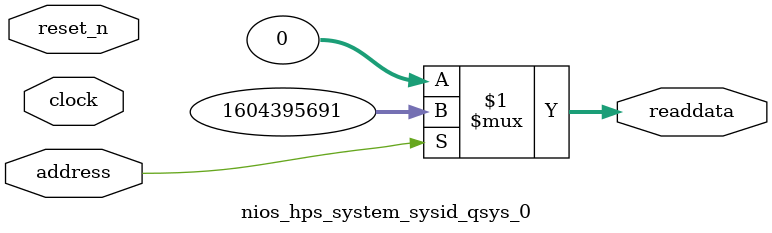
<source format=v>



// synthesis translate_off
`timescale 1ns / 1ps
// synthesis translate_on

// turn off superfluous verilog processor warnings 
// altera message_level Level1 
// altera message_off 10034 10035 10036 10037 10230 10240 10030 

module nios_hps_system_sysid_qsys_0 (
               // inputs:
                address,
                clock,
                reset_n,

               // outputs:
                readdata
             )
;

  output  [ 31: 0] readdata;
  input            address;
  input            clock;
  input            reset_n;

  wire    [ 31: 0] readdata;
  //control_slave, which is an e_avalon_slave
  assign readdata = address ? 1604395691 : 0;

endmodule



</source>
